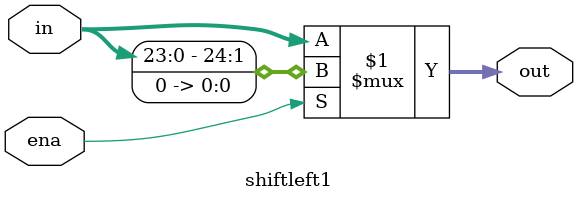
<source format=sv>
module shiftleft(in, nshiftleft, out);

input	[24:0]	in;
input	[4:0]	nshiftleft;
output	[24:0]	out;

logic 	[24:0]	temp1, temp2, temp3, temp4;

shiftleft16 shift_1(.in(in), .ena(nshiftleft[4]), .out(temp1));
shiftleft8  shift_2(.in(temp1), .ena(nshiftleft[3]), .out(temp2));
shiftleft4  shift_3(.in(temp2), .ena(nshiftleft[2]), .out(temp3));
shiftleft2  shift_4(.in(temp3), .ena(nshiftleft[1]), .out(temp4));
shiftleft1  shift_5(.in(temp4), .ena(nshiftleft[0]), .out(out));

endmodule

/////////////////////////////////////////////////////////////////////
module shiftleft48(in, nshiftleft, out);

input	[47:0]	in;
input	[5:0]	nshiftleft;
output	[47:0]	out;

logic 	[24:0]	temp1, temp2, temp3, temp4, temp5;

shiftleft32 shift_1(.in(in), .ena(nshiftleft[5]), .out(temp1));
shiftleft16 shift_2(.in(temp1), .ena(nshiftleft[4]), .out(temp2));
shiftleft8  shift_3(.in(temp2), .ena(nshiftleft[3]), .out(temp3));
shiftleft4  shift_4(.in(temp3), .ena(nshiftleft[2]), .out(temp4));
shiftleft2  shift_5(.in(temp4), .ena(nshiftleft[1]), .out(temp5));
shiftleft1  shift_6(.in(temp5), .ena(nshiftleft[0]), .out(out));

endmodule

//////////////////////////////////////////////////////////////////////
module	shiftleft32(in, ena, out);

input	[47:0]	in;
input			ena;
output	[47:0]	out;

assign out = ena?{in[15:0],32'b0}:in;
endmodule

//////////////////////////////////////////////////////////////////////
module	shiftleft16(in, ena, out);

input	[24:0]	in;
input			ena;
output	[24:0]	out;

assign out = ena?{in[8:0],16'b0}:in;
endmodule

module	shiftleft8(in, ena, out);

input	[24:0]	in;
input			ena;
output	[24:0]	out;

assign out = ena?{in[16:0],8'b0}:in;
endmodule

/////////////////////////////////////////////////////////////////////

module	shiftleft4(in, ena, out);

input	[24:0]	in;
input			ena;
output	[24:0]	out;

assign out = ena?{in[20:0],4'b0}:in;
endmodule

/////////////////////////////////////////////////////////////////////

module	shiftleft2(in, ena, out);

input	[24:0]	in;
input			ena;
output	[24:0]	out;

assign out = ena?{in[22:0],2'b0}:in;
endmodule

/////////////////////////////////////////////////////////////////////

module	shiftleft1(in, ena, out);

input	[24:0]	in;
input			ena;
output	[24:0]	out;

assign out = ena?{in[23:0],1'b0}:in;
endmodule
</source>
